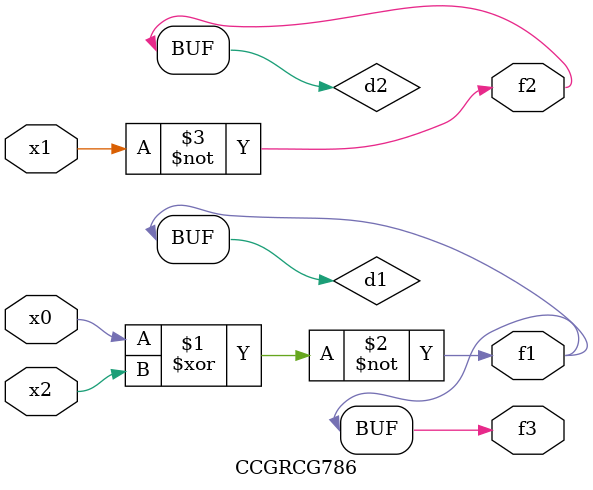
<source format=v>
module CCGRCG786(
	input x0, x1, x2,
	output f1, f2, f3
);

	wire d1, d2, d3;

	xnor (d1, x0, x2);
	nand (d2, x1);
	nor (d3, x1, x2);
	assign f1 = d1;
	assign f2 = d2;
	assign f3 = d1;
endmodule

</source>
